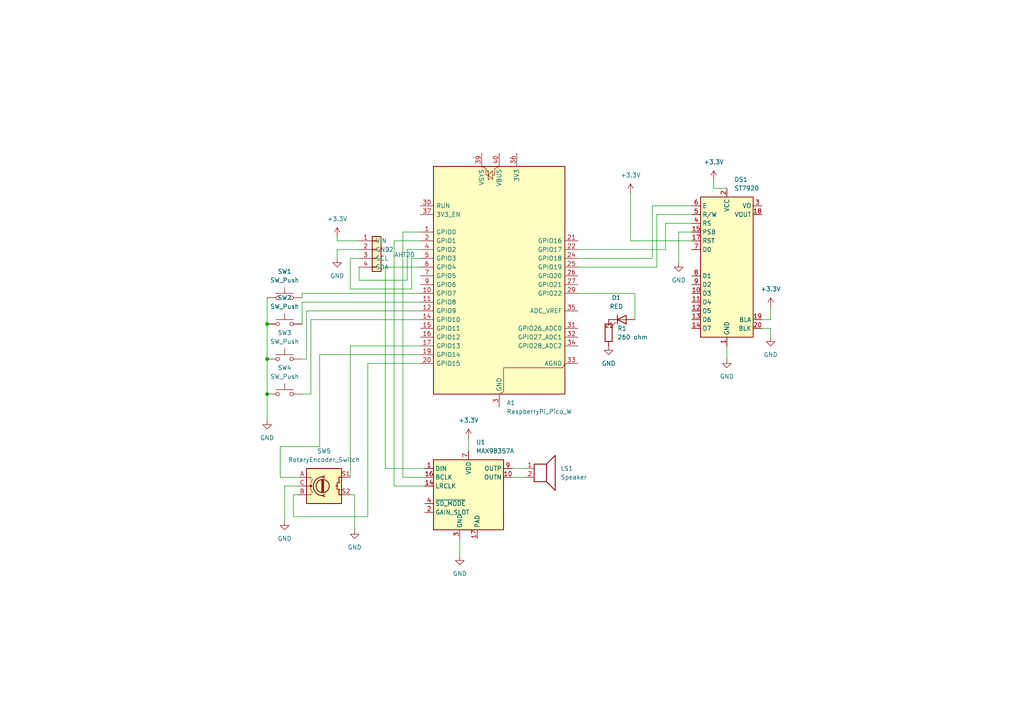
<source format=kicad_sch>
(kicad_sch (version 20250114) (generator "eeschema") (generator_version "9.0")
  (paper "A4")
  (lib_symbols
    (symbol "Audio:MAX98357A"
      (property "Reference" "U" (at -8.89 11.43 0))
      (property "Value" "MAX98357A" (at 10.16 11.43 0))
      (symbol "MAX98357A_1_1"
        (rectangle (start -10.16 10.16) (end 10.16 -10.16) (stroke (width 0.254)) (fill (type background)))
        (pin input line (at -12.7 7.62 0) (length 2.54) (name "DIN") (number "1"))
        (pin input line (at -12.7 5.08 0) (length 2.54) (name "BCLK") (number "16"))
        (pin input line (at -12.7 2.54 0) (length 2.54) (name "LRCLK") (number "14"))
        (pin input line (at -12.7 -2.54 0) (length 2.54) (name "~{SD_MODE}") (number "4"))
        (pin passive line (at -12.7 -5.08 0) (length 2.54) (name "GAIN_SLOT") (number "2"))
        (pin passive line (at -2.54 -12.7 90) (length 2.54) (hide yes) (name "GND") (number "11"))
        (pin passive line (at -2.54 -12.7 90) (length 2.54) (hide yes) (name "GND") (number "15"))
        (pin power_in line (at -2.54 -12.7 90) (length 2.54) (name "GND") (number "3"))
        (pin power_in line (at 0 12.7 270) (length 2.54) (name "VDD") (number "7"))
        (pin passive line (at 0 12.7 270) (length 2.54) (hide yes) (name "VDD") (number "8"))
        (pin unspecified line (at 2.54 -12.7 90) (length 2.54) (name "PAD") (number "17"))
        (pin no_connect line (at 10.16 2.54 180) (length 2.54) (hide yes) (name "NC") (number "5"))
        (pin no_connect line (at 10.16 0 180) (length 2.54) (hide yes) (name "NC") (number "6"))
        (pin no_connect line (at 10.16 -5.08 180) (length 2.54) (hide yes) (name "NC") (number "12"))
        (pin no_connect line (at 10.16 -7.62 180) (length 2.54) (hide yes) (name "NC") (number "13"))
        (pin output line (at 12.7 7.62 180) (length 2.54) (name "OUTP") (number "9"))
        (pin output line (at 12.7 5.08 180) (length 2.54) (name "OUTN") (number "10"))
      )
    )
    (symbol "Conn_01x04_1" (pin_names (offset 1.016))
      (property "Reference" "J1" (at 2.54 0.0001 0))
      (property "Value" "Conn_01x04" (at 2.54 -2.5399 0))
      (symbol "Conn_01x04_1_1_1"
        (rectangle (start -1.27 3.81) (end 1.27 -6.35) (stroke (width 0.254)) (fill (type background)))
        (rectangle (start -1.27 2.667) (end 0 2.413) (stroke (width 0.1524)))
        (rectangle (start -1.27 0.127) (end 0 -0.127) (stroke (width 0.1524)))
        (rectangle (start -1.27 -2.413) (end 0 -2.667) (stroke (width 0.1524)))
        (rectangle (start -1.27 -4.953) (end 0 -5.207) (stroke (width 0.1524)))
        (pin passive line (at -5.08 2.54 0) (length 3.81) (name "VIN") (number "1"))
        (pin passive line (at -5.08 0 0) (length 3.81) (name "GND") (number "2"))
        (pin passive line (at -5.08 -2.54 0) (length 3.81) (name "SCL") (number "3"))
        (pin passive line (at -5.08 -5.08 0) (length 3.81) (name "SDA") (number "4"))
      )
    )
    (symbol "Device:LED" (pin_numbers (hide yes)) (pin_names (offset 1.016) (hide yes))
      (property "Reference" "D" (at 0 2.54 0))
      (property "Value" "LED" (at 0 -2.54 0))
      (symbol "LED_0_1"
        (polyline (pts (xy -3.048 -0.762) (xy -4.572 -2.286) (xy -3.81 -2.286) (xy -4.572 -2.286) (xy -4.572 -1.524)))
        (polyline (pts (xy -1.778 -0.762) (xy -3.302 -2.286) (xy -2.54 -2.286) (xy -3.302 -2.286) (xy -3.302 -1.524)))
        (polyline (pts (xy -1.27 0) (xy 1.27 0)))
        (polyline (pts (xy -1.27 -1.27) (xy -1.27 1.27)) (stroke (width 0.254)))
        (polyline (pts (xy 1.27 -1.27) (xy 1.27 1.27) (xy -1.27 0) (xy 1.27 -1.27)) (stroke (width 0.254)))
      )
      (symbol "LED_1_1"
        (pin passive line (at -3.81 0 0) (length 2.54) (name "K") (number "1"))
        (pin passive line (at 3.81 0 180) (length 2.54) (name "A") (number "2"))
      )
    )
    (symbol "Device:R" (pin_numbers (hide yes)) (pin_names (offset 0))
      (property "Reference" "R" (at 2.032 0 90))
      (property "Value" "R" (at 0 0 90))
      (symbol "R_0_1"
        (rectangle (start -1.016 -2.54) (end 1.016 2.54) (stroke (width 0.254)))
      )
      (symbol "R_1_1"
        (pin passive line (at 0 3.81 270) (length 1.27) (name "~") (number "1"))
        (pin passive line (at 0 -3.81 90) (length 1.27) (name "~") (number "2"))
      )
    )
    (symbol "Device:RotaryEncoder_Switch" (pin_names (offset 0.254) (hide yes))
      (property "Reference" "SW" (at 0 6.604 0))
      (property "Value" "RotaryEncoder_Switch" (at 0 -6.604 0))
      (symbol "RotaryEncoder_Switch_0_1"
        (rectangle (start -5.08 5.08) (end 5.08 -5.08) (stroke (width 0.254)) (fill (type background)))
        (polyline (pts (xy -5.08 2.54) (xy -3.81 2.54) (xy -3.81 2.032)))
        (polyline (pts (xy -5.08 0) (xy -3.81 0) (xy -3.81 -1.016) (xy -3.302 -2.032)))
        (polyline (pts (xy -5.08 -2.54) (xy -3.81 -2.54) (xy -3.81 -2.032)))
        (polyline (pts (xy -4.318 0) (xy -3.81 0) (xy -3.81 1.016) (xy -3.302 2.032)))
        (circle (center -3.81 0) (radius 0.254) (fill (type outline)))
        (polyline (pts (xy -0.635 -1.778) (xy -0.635 1.778)) (stroke (width 0.254)))
        (circle (center -0.381 0) (radius 1.905) (stroke (width 0.254)))
        (polyline (pts (xy -0.381 -1.778) (xy -0.381 1.778)) (stroke (width 0.254)))
        (arc (start -0.381 -2.794) (mid -3.0988 -0.0635) (end -0.381 2.667) (stroke (width 0.254)))
        (polyline (pts (xy -0.127 1.778) (xy -0.127 -1.778)) (stroke (width 0.254)))
        (polyline (pts (xy 0.254 2.921) (xy -0.508 2.667) (xy 0.127 2.286)) (stroke (width 0.254)))
        (polyline (pts (xy 0.254 -3.048) (xy -0.508 -2.794) (xy 0.127 -2.413)) (stroke (width 0.254)))
        (polyline (pts (xy 3.81 1.016) (xy 3.81 -1.016)) (stroke (width 0.254)))
        (polyline (pts (xy 3.81 0) (xy 3.429 0)) (stroke (width 0.254)))
        (circle (center 4.318 1.016) (radius 0.127) (stroke (width 0.254)))
        (circle (center 4.318 -1.016) (radius 0.127) (stroke (width 0.254)))
        (polyline (pts (xy 5.08 2.54) (xy 4.318 2.54) (xy 4.318 1.016)) (stroke (width 0.254)))
        (polyline (pts (xy 5.08 -2.54) (xy 4.318 -2.54) (xy 4.318 -1.016)) (stroke (width 0.254)))
      )
      (symbol "RotaryEncoder_Switch_1_1"
        (pin passive line (at -7.62 2.54 0) (length 2.54) (name "A") (number "A"))
        (pin passive line (at -7.62 0 0) (length 2.54) (name "C") (number "C"))
        (pin passive line (at -7.62 -2.54 0) (length 2.54) (name "B") (number "B"))
        (pin passive line (at 7.62 2.54 180) (length 2.54) (name "S1") (number "S1"))
        (pin passive line (at 7.62 -2.54 180) (length 2.54) (name "S2") (number "S2"))
      )
    )
    (symbol "Device:Speaker" (pin_names (offset 0) (hide yes))
      (property "Reference" "LS" (at 1.27 5.715 0))
      (property "Value" "Speaker" (at 1.27 3.81 0))
      (symbol "Speaker_0_0"
        (rectangle (start -2.54 1.27) (end 1.016 -3.81) (stroke (width 0.254)))
        (polyline (pts (xy 1.016 1.27) (xy 3.556 3.81) (xy 3.556 -6.35) (xy 1.016 -3.81)) (stroke (width 0.254)))
      )
      (symbol "Speaker_1_1"
        (pin input line (at -5.08 0 0) (length 2.54) (name "1") (number "1"))
        (pin input line (at -5.08 -2.54 0) (length 2.54) (name "2") (number "2"))
      )
    )
    (symbol "Display_Graphic:ST7920"
      (property "Reference" "DS" (at -7.62 22.86 0))
      (property "Value" "ST7920" (at 7.62 22.86 0))
      (symbol "ST7920_0_0"
        (pin input line (at -10.16 7.62 0) (length 2.54) (name "RST") (number "17"))
        (pin power_out line (at 10.16 15.24 180) (length 2.54) (name "VOUT") (number "18"))
        (pin input line (at 10.16 -15.24 180) (length 2.54) (name "BLA") (number "19"))
        (pin input line (at 10.16 -17.78 180) (length 2.54) (name "BLK") (number "20"))
      )
      (symbol "ST7920_1_1"
        (rectangle (start -7.62 20.32) (end 7.62 -20.32) (stroke (width 0.254)) (fill (type background)))
        (pin input line (at -10.16 17.78 0) (length 2.54) (name "E") (number "6"))
        (pin input line (at -10.16 15.24 0) (length 2.54) (name "R/W") (number "5"))
        (pin input line (at -10.16 12.7 0) (length 2.54) (name "RS") (number "4"))
        (pin input line (at -10.16 10.16 0) (length 2.54) (name "PSB") (number "15"))
        (pin input line (at -10.16 5.08 0) (length 2.54) (name "D0") (number "7"))
        (pin input line (at -10.16 -2.54 0) (length 2.54) (name "D1") (number "8"))
        (pin input line (at -10.16 -5.08 0) (length 2.54) (name "D2") (number "9"))
        (pin input line (at -10.16 -7.62 0) (length 2.54) (name "D3") (number "10"))
        (pin input line (at -10.16 -10.16 0) (length 2.54) (name "D4") (number "11"))
        (pin input line (at -10.16 -12.7 0) (length 2.54) (name "D5") (number "12"))
        (pin input line (at -10.16 -15.24 0) (length 2.54) (name "D6") (number "13"))
        (pin input line (at -10.16 -17.78 0) (length 2.54) (name "D7") (number "14"))
        (pin power_in line (at 0 22.86 270) (length 2.54) (name "VCC") (number "2"))
        (pin power_in line (at 0 -22.86 90) (length 2.54) (name "GND") (number "1"))
        (pin no_connect line (at 7.62 12.7 180) (length 2.54) (hide yes) (name "NC") (number "16"))
        (pin input line (at 10.16 17.78 180) (length 2.54) (name "VO") (number "3"))
      )
    )
    (symbol "MCU_Module:RaspberryPi_Pico_W" (pin_names (offset 0.762))
      (property "Reference" "A" (at -19.05 35.56 0))
      (property "Value" "RaspberryPi_Pico_W" (at 7.62 35.56 0))
      (symbol "RaspberryPi_Pico_W_0_1"
        (rectangle (start -19.05 34.29) (end 19.05 -31.75) (stroke (width 0.254)) (fill (type background)))
        (polyline (pts (xy -5.08 34.29) (xy -3.81 33.655) (xy -3.81 31.75) (xy -3.175 31.75)))
        (polyline (pts (xy -3.429 32.766) (xy -3.429 33.02) (xy -3.175 33.02) (xy -3.175 30.48) (xy -2.921 30.48) (xy -2.921 30.734)))
        (polyline (pts (xy -3.175 31.75) (xy -1.905 33.02) (xy -1.905 30.48) (xy -3.175 31.75)))
        (polyline (pts (xy 0 34.29) (xy -1.27 33.655) (xy -1.27 31.75) (xy -1.905 31.75)))
        (polyline (pts (xy 0 -31.75) (xy 1.27 -31.115) (xy 1.27 -24.13) (xy 18.415 -24.13) (xy 19.05 -22.86)))
      )
      (symbol "RaspberryPi_Pico_W_1_1"
        (pin passive line (at -22.86 22.86 0) (length 3.81) (name "RUN") (number "30"))
        (pin passive line (at -22.86 20.32 0) (length 3.81) (name "3V3_EN") (number "37"))
        (pin bidirectional line (at -22.86 15.24 0) (length 3.81) (name "GPIO0") (number "1"))
        (pin bidirectional line (at -22.86 12.7 0) (length 3.81) (name "GPIO1") (number "2"))
        (pin bidirectional line (at -22.86 10.16 0) (length 3.81) (name "GPIO2") (number "4"))
        (pin bidirectional line (at -22.86 7.62 0) (length 3.81) (name "GPIO3") (number "5"))
        (pin bidirectional line (at -22.86 5.08 0) (length 3.81) (name "GPIO4") (number "6"))
        (pin bidirectional line (at -22.86 2.54 0) (length 3.81) (name "GPIO5") (number "7"))
        (pin bidirectional line (at -22.86 0 0) (length 3.81) (name "GPIO6") (number "9"))
        (pin bidirectional line (at -22.86 -2.54 0) (length 3.81) (name "GPIO7") (number "10"))
        (pin bidirectional line (at -22.86 -5.08 0) (length 3.81) (name "GPIO8") (number "11"))
        (pin bidirectional line (at -22.86 -7.62 0) (length 3.81) (name "GPIO9") (number "12"))
        (pin bidirectional line (at -22.86 -10.16 0) (length 3.81) (name "GPIO10") (number "14"))
        (pin bidirectional line (at -22.86 -12.7 0) (length 3.81) (name "GPIO11") (number "15"))
        (pin bidirectional line (at -22.86 -15.24 0) (length 3.81) (name "GPIO12") (number "16"))
        (pin bidirectional line (at -22.86 -17.78 0) (length 3.81) (name "GPIO13") (number "17"))
        (pin bidirectional line (at -22.86 -20.32 0) (length 3.81) (name "GPIO14") (number "19"))
        (pin bidirectional line (at -22.86 -22.86 0) (length 3.81) (name "GPIO15") (number "20"))
        (pin power_in line (at -5.08 38.1 270) (length 3.81) (name "VSYS") (number "39"))
        (pin power_out line (at 0 38.1 270) (length 3.81) (name "VBUS") (number "40"))
        (pin passive line (at 0 -35.56 90) (length 3.81) (hide yes) (name "GND") (number "13"))
        (pin passive line (at 0 -35.56 90) (length 3.81) (hide yes) (name "GND") (number "18"))
        (pin passive line (at 0 -35.56 90) (length 3.81) (hide yes) (name "GND") (number "23"))
        (pin passive line (at 0 -35.56 90) (length 3.81) (hide yes) (name "GND") (number "28"))
        (pin power_out line (at 0 -35.56 90) (length 3.81) (name "GND") (number "3"))
        (pin passive line (at 0 -35.56 90) (length 3.81) (hide yes) (name "GND") (number "38"))
        (pin passive line (at 0 -35.56 90) (length 3.81) (hide yes) (name "GND") (number "8"))
        (pin power_out line (at 5.08 38.1 270) (length 3.81) (name "3V3") (number "36"))
        (pin bidirectional line (at 22.86 12.7 180) (length 3.81) (name "GPIO16") (number "21"))
        (pin bidirectional line (at 22.86 10.16 180) (length 3.81) (name "GPIO17") (number "22"))
        (pin bidirectional line (at 22.86 7.62 180) (length 3.81) (name "GPIO18") (number "24"))
        (pin bidirectional line (at 22.86 5.08 180) (length 3.81) (name "GPIO19") (number "25"))
        (pin bidirectional line (at 22.86 2.54 180) (length 3.81) (name "GPIO20") (number "26"))
        (pin bidirectional line (at 22.86 0 180) (length 3.81) (name "GPIO21") (number "27"))
        (pin bidirectional line (at 22.86 -2.54 180) (length 3.81) (name "GPIO22") (number "29"))
        (pin power_in line (at 22.86 -7.62 180) (length 3.81) (name "ADC_VREF") (number "35"))
        (pin bidirectional line (at 22.86 -12.7 180) (length 3.81) (name "GPIO26_ADC0") (number "31"))
        (pin bidirectional line (at 22.86 -15.24 180) (length 3.81) (name "GPIO27_ADC1") (number "32"))
        (pin bidirectional line (at 22.86 -17.78 180) (length 3.81) (name "GPIO28_ADC2") (number "34"))
        (pin power_out line (at 22.86 -22.86 180) (length 3.81) (name "AGND") (number "33"))
      )
    )
    (symbol "Switch:SW_Push" (pin_numbers (hide yes)) (pin_names (offset 1.016) (hide yes))
      (property "Reference" "SW" (at 1.27 2.54 0))
      (property "Value" "SW_Push" (at 0 -1.524 0))
      (symbol "SW_Push_0_1"
        (circle (center -2.032 0) (radius 0.508))
        (polyline (pts (xy 0 1.27) (xy 0 3.048)))
        (circle (center 2.032 0) (radius 0.508))
        (polyline (pts (xy 2.54 1.27) (xy -2.54 1.27)))
        (pin passive line (at -5.08 0 0) (length 2.54) (name "1") (number "1"))
        (pin passive line (at 5.08 0 180) (length 2.54) (name "2") (number "2"))
      )
    )
    (symbol "power:+3.3V" (power) (pin_numbers (hide yes)) (pin_names (offset 0) (hide yes))
      (property "Value" "+3.3V" (at 0 3.556 0))
      (symbol "+3.3V_0_1"
        (polyline (pts (xy -0.762 1.27) (xy 0 2.54)))
        (polyline (pts (xy 0 2.54) (xy 0.762 1.27)))
        (polyline (pts (xy 0 0) (xy 0 2.54)))
      )
      (symbol "+3.3V_1_1"
        (pin power_in line (at 0 0 90) (length 0) (name "~") (number "1"))
      )
    )
    (symbol "power:GND" (power) (pin_numbers (hide yes)) (pin_names (offset 0) (hide yes))
      (property "Value" "GND" (at 0 -3.81 0))
      (symbol "GND_0_1"
        (polyline (pts (xy 0 0) (xy 0 -1.27) (xy 1.27 -1.27) (xy 0 -2.54) (xy -1.27 -1.27) (xy 0 -1.27)))
      )
      (symbol "GND_1_1"
        (pin power_in line (at 0 0 270) (length 0) (name "~") (number "1"))
      )
    )
  )
  (junction (at 77.47 114.3))
  (junction (at 77.47 93.98))
  (junction (at 77.47 104.14))
  (wire (pts (xy 118.11 72.39) (xy 121.92 72.39)))
  (wire (pts (xy 193.04 64.77) (xy 200.66 64.77)))
  (wire (pts (xy 121.92 102.87) (xy 92.71 102.87)))
  (wire (pts (xy 111.76 77.47) (xy 111.76 135.89)))
  (wire (pts (xy 148.59 135.89) (xy 152.4 135.89)))
  (wire (pts (xy 121.92 77.47) (xy 111.76 77.47)))
  (wire (pts (xy 88.9 90.17) (xy 88.9 104.14)))
  (wire (pts (xy 207.01 52.07) (xy 207.01 54.61)))
  (wire (pts (xy 81.28 129.54) (xy 81.28 138.43)))
  (wire (pts (xy 77.47 104.14) (xy 77.47 114.3)))
  (wire (pts (xy 167.64 72.39) (xy 193.04 72.39)))
  (wire (pts (xy 118.11 81.28) (xy 118.11 72.39)))
  (wire (pts (xy 101.6 100.33) (xy 121.92 100.33)))
  (wire (pts (xy 104.14 81.28) (xy 118.11 81.28)))
  (wire (pts (xy 116.84 67.31) (xy 116.84 138.43)))
  (wire (pts (xy 90.17 114.3) (xy 87.63 114.3)))
  (wire (pts (xy 210.82 54.61) (xy 207.01 54.61)))
  (wire (pts (xy 135.89 127) (xy 135.89 130.81)))
  (wire (pts (xy 121.92 105.41) (xy 106.68 105.41)))
  (wire (pts (xy 184.15 85.09) (xy 184.15 92.71)))
  (wire (pts (xy 190.5 62.23) (xy 200.66 62.23)))
  (wire (pts (xy 101.6 138.43) (xy 101.6 100.33)))
  (wire (pts (xy 220.98 95.25) (xy 223.52 95.25)))
  (wire (pts (xy 86.36 140.97) (xy 82.55 140.97)))
  (wire (pts (xy 92.71 102.87) (xy 92.71 129.54)))
  (wire (pts (xy 119.38 83.82) (xy 119.38 74.93)))
  (wire (pts (xy 116.84 138.43) (xy 123.19 138.43)))
  (wire (pts (xy 104.14 74.93) (xy 101.6 74.93)))
  (wire (pts (xy 102.87 143.51) (xy 102.87 153.67)))
  (wire (pts (xy 77.47 93.98) (xy 77.47 104.14)))
  (wire (pts (xy 189.23 74.93) (xy 189.23 59.69)))
  (wire (pts (xy 85.09 143.51) (xy 86.36 143.51)))
  (wire (pts (xy 190.5 77.47) (xy 190.5 62.23)))
  (wire (pts (xy 101.6 143.51) (xy 102.87 143.51)))
  (wire (pts (xy 104.14 72.39) (xy 97.79 72.39)))
  (wire (pts (xy 92.71 129.54) (xy 81.28 129.54)))
  (wire (pts (xy 121.92 90.17) (xy 88.9 90.17)))
  (wire (pts (xy 196.85 76.2) (xy 196.85 67.31)))
  (wire (pts (xy 90.17 92.71) (xy 90.17 114.3)))
  (wire (pts (xy 106.68 105.41) (xy 106.68 149.86)))
  (wire (pts (xy 223.52 92.71) (xy 223.52 88.9)))
  (wire (pts (xy 101.6 83.82) (xy 119.38 83.82)))
  (wire (pts (xy 119.38 74.93) (xy 121.92 74.93)))
  (wire (pts (xy 189.23 59.69) (xy 200.66 59.69)))
  (wire (pts (xy 106.68 149.86) (xy 85.09 149.86)))
  (wire (pts (xy 82.55 140.97) (xy 82.55 151.13)))
  (wire (pts (xy 200.66 69.85) (xy 182.88 69.85)))
  (wire (pts (xy 121.92 87.63) (xy 87.63 87.63)))
  (wire (pts (xy 85.09 149.86) (xy 85.09 143.51)))
  (wire (pts (xy 121.92 85.09) (xy 87.63 85.09)))
  (wire (pts (xy 77.47 86.36) (xy 77.47 93.98)))
  (wire (pts (xy 220.98 92.71) (xy 223.52 92.71)))
  (wire (pts (xy 193.04 72.39) (xy 193.04 64.77)))
  (wire (pts (xy 104.14 77.47) (xy 104.14 81.28)))
  (wire (pts (xy 88.9 104.14) (xy 87.63 104.14)))
  (wire (pts (xy 81.28 138.43) (xy 86.36 138.43)))
  (wire (pts (xy 223.52 95.25) (xy 223.52 97.79)))
  (wire (pts (xy 133.35 156.21) (xy 133.35 161.29)))
  (wire (pts (xy 121.92 67.31) (xy 116.84 67.31)))
  (wire (pts (xy 77.47 114.3) (xy 77.47 121.92)))
  (wire (pts (xy 97.79 72.39) (xy 97.79 74.93)))
  (wire (pts (xy 87.63 87.63) (xy 87.63 93.98)))
  (wire (pts (xy 101.6 74.93) (xy 101.6 83.82)))
  (wire (pts (xy 121.92 92.71) (xy 90.17 92.71)))
  (wire (pts (xy 167.64 85.09) (xy 184.15 85.09)))
  (wire (pts (xy 87.63 85.09) (xy 87.63 86.36)))
  (wire (pts (xy 182.88 69.85) (xy 182.88 55.88)))
  (wire (pts (xy 121.92 69.85) (xy 114.3 69.85)))
  (wire (pts (xy 97.79 68.58) (xy 97.79 69.85)))
  (wire (pts (xy 148.59 138.43) (xy 152.4 138.43)))
  (wire (pts (xy 104.14 69.85) (xy 97.79 69.85)))
  (wire (pts (xy 210.82 100.33) (xy 210.82 104.14)))
  (wire (pts (xy 114.3 69.85) (xy 114.3 140.97)))
  (wire (pts (xy 114.3 140.97) (xy 123.19 140.97)))
  (wire (pts (xy 167.64 74.93) (xy 189.23 74.93)))
  (wire (pts (xy 196.85 67.31) (xy 200.66 67.31)))
  (wire (pts (xy 111.76 135.89) (xy 123.19 135.89)))
  (wire (pts (xy 167.64 77.47) (xy 190.5 77.47)))
  (symbol (lib_id "Display_Graphic:ST7920") (at 210.82 77.47 0) (unit 1)
    (property "Reference" "DS1" (at 212.9633 52.07 0) (effects (justify left)))
    (property "Value" "ST7920" (at 212.9633 54.61 0) (effects (justify left)))
    (property "Footprint" "Display:ST7920_128x64" (effects (hide yes)))
    (property "Datasheet" "https://www.waveshare.com/datasheet/LCD_en_PDF/ST7920.pdf" (effects (hide yes)))
    (property "Description" "LCD dot-matrix, graphical, 8 bit parallel bus, SPI" (effects (hide yes)))
  )
  (symbol (lib_id "Device:LED") (at 180.34 92.71 0) (unit 1)
    (property "Reference" "D1" (at 178.7525 86.36 0))
    (property "Value" "RED" (at 178.7525 88.9 0))
    (property "Description" "Light emitting diode" (effects (hide yes)))
    (property "Sim.Pins" "1=K 2=A" (effects (hide yes)))
  )
  (symbol (lib_id "power:GND") (at 77.47 121.92 0) (unit 1)
    (property "Reference" "#PWR011" (effects (hide yes)))
    (property "Value" "GND" (at 77.47 127 0))
    (property "Description" "Power symbol creates a global label with name \"GND\" , ground" (effects (hide yes)))
  )
  (symbol (lib_id "power:GND") (at 97.79 74.93 0) (unit 1)
    (property "Reference" "#PWR08" (effects (hide yes)))
    (property "Value" "GND" (at 97.79 80.01 0))
    (property "Description" "Power symbol creates a global label with name \"GND\" , ground" (effects (hide yes)))
  )
  (symbol (lib_id "Switch:SW_Push") (at 82.55 93.98 0) (unit 1)
    (property "Reference" "SW2" (at 82.55 86.36 0))
    (property "Value" "SW_Push" (at 82.55 88.9 0))
    (property "Description" "Push button switch, generic, two pins" (effects (hide yes)))
  )
  (symbol (lib_id "Switch:SW_Push") (at 82.55 104.14 0) (unit 1)
    (property "Reference" "SW3" (at 82.55 96.52 0))
    (property "Value" "SW_Push" (at 82.55 99.06 0))
    (property "Description" "Push button switch, generic, two pins" (effects (hide yes)))
  )
  (symbol (lib_id "power:+3.3V") (at 182.88 55.88 0) (unit 1)
    (property "Reference" "#PWR06" (effects (hide yes)))
    (property "Value" "+3.3V" (at 182.88 50.8 0))
    (property "Description" "Power symbol creates a global label with name \"+3.3V\"" (effects (hide yes)))
  )
  (symbol (lib_id "power:GND") (at 133.35 161.29 0) (unit 1)
    (property "Reference" "#PWR09" (effects (hide yes)))
    (property "Value" "GND" (at 133.35 166.37 0))
    (property "Description" "Power symbol creates a global label with name \"GND\" , ground" (effects (hide yes)))
  )
  (symbol (lib_id "power:GND") (at 176.53 100.33 0) (unit 1)
    (property "Reference" "#PWR014" (effects (hide yes)))
    (property "Value" "GND" (at 176.53 105.41 0))
    (property "Description" "Power symbol creates a global label with name \"GND\" , ground" (effects (hide yes)))
  )
  (symbol (lib_id "Switch:SW_Push") (at 82.55 86.36 0) (unit 1)
    (property "Reference" "SW1" (at 82.55 78.74 0))
    (property "Value" "SW_Push" (at 82.55 81.28 0))
    (property "Description" "Push button switch, generic, two pins" (effects (hide yes)))
  )
  (symbol (lib_id "power:GND") (at 196.85 76.2 0) (unit 1)
    (property "Reference" "#PWR01" (effects (hide yes)))
    (property "Value" "GND" (at 196.85 81.28 0))
    (property "Description" "Power symbol creates a global label with name \"GND\" , ground" (effects (hide yes)))
  )
  (symbol (lib_name "Conn_01x04_1") (lib_id "Connector_Generic:Conn_01x04") (at 109.22 72.39 0) (unit 1)
    (property "Reference" "J2" (at 111.76 72.3899 0) (effects (justify left)))
    (property "Value" "AHT20" (at 114.3 73.914 0) (effects (justify left)))
    (property "Description" "AHT20 temp+humidity sensor" (effects (hide yes)))
  )
  (symbol (lib_id "power:+3.3V") (at 207.01 52.07 0) (unit 1)
    (property "Reference" "#PWR03" (effects (hide yes)))
    (property "Value" "+3.3V" (at 207.01 46.99 0))
    (property "Description" "Power symbol creates a global label with name \"+3.3V\"" (effects (hide yes)))
  )
  (symbol (lib_id "power:GND") (at 102.87 153.67 0) (unit 1)
    (property "Reference" "#PWR013" (effects (hide yes)))
    (property "Value" "GND" (at 102.87 158.75 0))
    (property "Description" "Power symbol creates a global label with name \"GND\" , ground" (effects (hide yes)))
  )
  (symbol (lib_id "Device:Speaker") (at 157.48 135.89 0) (unit 1)
    (property "Reference" "LS1" (at 162.56 135.8899 0) (effects (justify left)))
    (property "Value" "Speaker" (at 162.56 138.4299 0) (effects (justify left)))
    (property "Description" "Speaker" (effects (hide yes)))
  )
  (symbol (lib_id "power:+3.3V") (at 97.79 68.58 0) (unit 1)
    (property "Reference" "#PWR07" (effects (hide yes)))
    (property "Value" "+3.3V" (at 97.79 63.5 0))
    (property "Description" "Power symbol creates a global label with name \"+3.3V\"" (effects (hide yes)))
  )
  (symbol (lib_id "power:GND") (at 210.82 104.14 0) (unit 1)
    (property "Reference" "#PWR02" (effects (hide yes)))
    (property "Value" "GND" (at 210.82 109.22 0))
    (property "Description" "Power symbol creates a global label with name \"GND\" , ground" (effects (hide yes)))
  )
  (symbol (lib_id "Device:R") (at 176.53 96.52 0) (unit 1)
    (property "Reference" "R1" (at 179.07 95.2499 0) (effects (justify left)))
    (property "Value" "260 ohm" (at 179.07 97.7899 0) (effects (justify left)))
    (property "Description" "Resistor" (effects (hide yes)))
  )
  (symbol (lib_id "Audio:MAX98357A") (at 135.89 143.51 0) (unit 1)
    (property "Reference" "U1" (at 138.0333 128.27 0) (effects (justify left)))
    (property "Value" "MAX98357A" (at 138.0333 130.81 0) (effects (justify left)))
    (property "Footprint" "Package_DFN_QFN:TQFN-16-1EP_3x3mm_P0.5mm_EP1.23x1.23mm" (effects (hide yes)))
    (property "Datasheet" "https://www.analog.com/media/en/technical-documentation/data-sheets/MAX98357A-MAX98357B.pdf" (effects (hide yes)))
    (property "Description" "Mono DAC with amplifier, I2S, PCM, TDM, 32-bit, 96khz, 3.2W, TQFP-16" (effects (hide yes)))
  )
  (symbol (lib_id "MCU_Module:RaspberryPi_Pico_W") (at 144.78 82.55 0) (unit 1)
    (property "Reference" "A1" (at 146.9233 116.84 0) (effects (justify left)))
    (property "Value" "RaspberryPi_Pico_W" (at 146.9233 119.38 0) (effects (justify left)))
    (property "Footprint" "Module:RaspberryPi_Pico_W_SMD_HandSolder" (effects (hide yes)))
    (property "Datasheet" "https://datasheets.raspberrypi.com/picow/pico-w-datasheet.pdf" (effects (hide yes)))
    (property "Description" "Versatile and inexpensive wireless microcontroller module powered by RP2040 dual-core Arm Cortex-M0+ processor up to 133 MHz, 264kB SRAM, 2MB QSPI flash, Infineon CYW43439 2.4GHz 802.11n wireless LAN; also supports Raspberry Pi Pico 2 W" (effects (hide yes)))
  )
  (symbol (lib_id "power:+3.3V") (at 135.89 127 0) (unit 1)
    (property "Reference" "#PWR010" (effects (hide yes)))
    (property "Value" "+3.3V" (at 135.89 121.92 0))
    (property "Description" "Power symbol creates a global label with name \"+3.3V\"" (effects (hide yes)))
  )
  (symbol (lib_id "Switch:SW_Push") (at 82.55 114.3 0) (unit 1)
    (property "Reference" "SW4" (at 82.55 106.68 0))
    (property "Value" "SW_Push" (at 82.55 109.22 0))
    (property "Description" "Push button switch, generic, two pins" (effects (hide yes)))
  )
  (symbol (lib_id "power:GND") (at 223.52 97.79 0) (unit 1)
    (property "Reference" "#PWR05" (effects (hide yes)))
    (property "Value" "GND" (at 223.52 102.87 0))
    (property "Description" "Power symbol creates a global label with name \"GND\" , ground" (effects (hide yes)))
  )
  (symbol (lib_id "power:GND") (at 82.55 151.13 0) (unit 1)
    (property "Reference" "#PWR012" (effects (hide yes)))
    (property "Value" "GND" (at 82.55 156.21 0))
    (property "Description" "Power symbol creates a global label with name \"GND\" , ground" (effects (hide yes)))
  )
  (symbol (lib_id "power:+3.3V") (at 223.52 88.9 0) (unit 1)
    (property "Reference" "#PWR04" (effects (hide yes)))
    (property "Value" "+3.3V" (at 223.52 83.82 0))
    (property "Description" "Power symbol creates a global label with name \"+3.3V\"" (effects (hide yes)))
  )
  (symbol (lib_id "Device:RotaryEncoder_Switch") (at 93.98 140.97 0) (unit 1)
    (property "Reference" "SW5" (at 93.98 130.81 0))
    (property "Value" "RotaryEncoder_Switch" (at 93.98 133.35 0))
    (property "Description" "Rotary encoder, dual channel, incremental quadrate outputs, with switch" (effects (hide yes)))
  )
)
</source>
